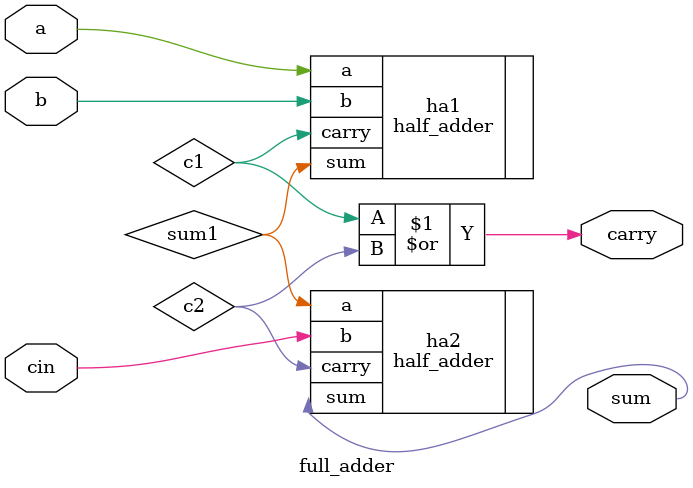
<source format=v>
module full_adder(
    input a, b, cin,
    output sum, carry
);
  wire sum1, c1, c2;

  half_adder ha1(.a(a), .b(b), .sum(sum1), .carry(c1));
  half_adder ha2(.a(sum1), .b(cin), .sum(sum), .carry(c2));

  assign carry = c1 | c2;
endmodule

</source>
